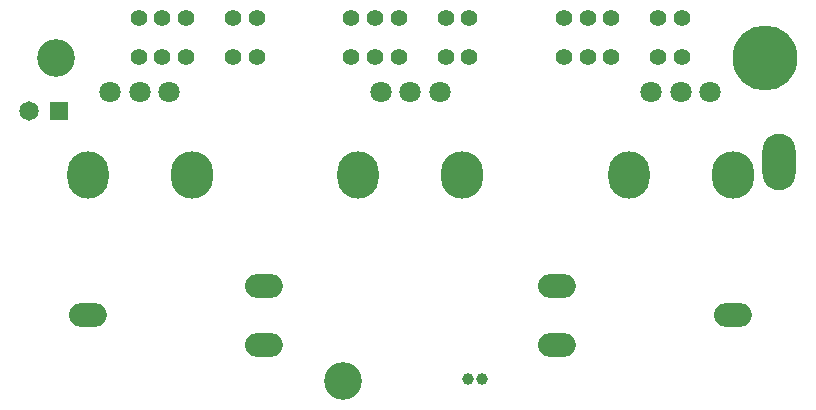
<source format=gbs>
G04 #@! TF.GenerationSoftware,KiCad,Pcbnew,7.0.9*
G04 #@! TF.CreationDate,2024-01-17T16:43:07+01:00*
G04 #@! TF.ProjectId,2023_PiezoPreamp,32303233-5f50-4696-957a-6f507265616d,2.3*
G04 #@! TF.SameCoordinates,PX25317c0PY1c22260*
G04 #@! TF.FileFunction,Soldermask,Bot*
G04 #@! TF.FilePolarity,Negative*
%FSLAX46Y46*%
G04 Gerber Fmt 4.6, Leading zero omitted, Abs format (unit mm)*
G04 Created by KiCad (PCBNEW 7.0.9) date 2024-01-17 16:43:07*
%MOMM*%
%LPD*%
G01*
G04 APERTURE LIST*
%ADD10C,5.500000*%
%ADD11C,1.000000*%
%ADD12C,1.800000*%
%ADD13O,3.600000X4.000000*%
%ADD14O,3.500000X4.000000*%
%ADD15C,1.400000*%
%ADD16C,3.200000*%
%ADD17C,1.650000*%
%ADD18R,1.650000X1.650000*%
%ADD19O,2.800000X4.800000*%
%ADD20O,3.204000X2.004000*%
G04 APERTURE END LIST*
D10*
X65000000Y-4500000D03*
D11*
X39850000Y-31700000D03*
X41100000Y-31700000D03*
D12*
X37500000Y-7400000D03*
X35000000Y-7400000D03*
X32500000Y-7400000D03*
D13*
X39400000Y-14400000D03*
D14*
X30600000Y-14400000D03*
D15*
X40000000Y-1100000D03*
X38000000Y-1100000D03*
X34000000Y-1100000D03*
X32000000Y-1100000D03*
X30000000Y-1100000D03*
X30000000Y-4400000D03*
X32000000Y-4400000D03*
X34000000Y-4400000D03*
X38000000Y-4400000D03*
X40000000Y-4400000D03*
D16*
X29300000Y-31900000D03*
D12*
X14600000Y-7400000D03*
X12100000Y-7400000D03*
X9600000Y-7400000D03*
D13*
X16500000Y-14400000D03*
D14*
X7700000Y-14400000D03*
D17*
X2730000Y-9000000D03*
D18*
X5270000Y-9000000D03*
D12*
X60400000Y-7400000D03*
X57900000Y-7400000D03*
X55400000Y-7400000D03*
D13*
X62300000Y-14400000D03*
D14*
X53500000Y-14400000D03*
D15*
X22000000Y-1100000D03*
X20000000Y-1100000D03*
X16000000Y-1100000D03*
X14000000Y-1100000D03*
X12000000Y-1100000D03*
X12000000Y-4400000D03*
X14000000Y-4400000D03*
X16000000Y-4400000D03*
X20000000Y-4400000D03*
X22000000Y-4400000D03*
X58000000Y-1100000D03*
X56000000Y-1100000D03*
X52000000Y-1100000D03*
X50000000Y-1100000D03*
X48000000Y-1100000D03*
X48000000Y-4400000D03*
X50000000Y-4400000D03*
X52000000Y-4400000D03*
X56000000Y-4400000D03*
X58000000Y-4400000D03*
D16*
X5000000Y-4500000D03*
D19*
X66200000Y-13300000D03*
D20*
X7700000Y-26300000D03*
X22600000Y-23800000D03*
X22600000Y-28800000D03*
X47400000Y-23800000D03*
X47400000Y-28800000D03*
X62300000Y-26300000D03*
M02*

</source>
